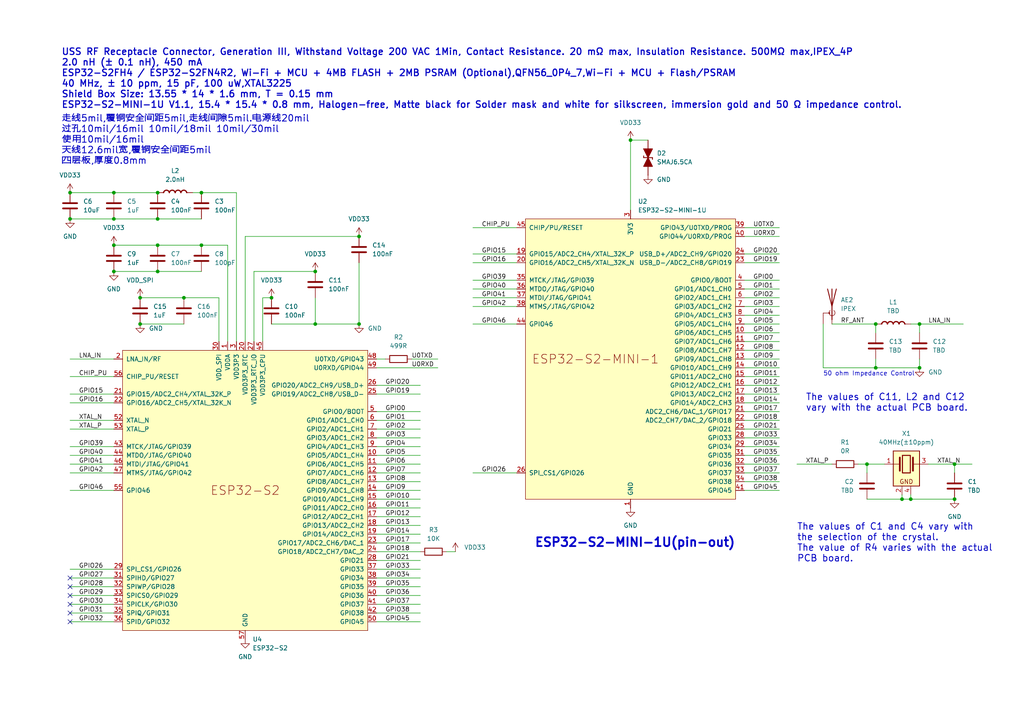
<source format=kicad_sch>
(kicad_sch (version 20250114) (generator "eeschema") (generator_version "9.0")
  (paper "A4")
  (lib_symbols
    (symbol "Device:Antenna_Shield" (pin_numbers (hide yes)) (pin_names (offset 1.016) (hide yes))
      (property "Reference" "AE" (at -1.905 4.445 0))
      (property "Value" "Antenna_Shield" (at -1.905 2.54 0))
      (symbol "Antenna_Shield_0_1"
        (arc (start 0 -2.667) (mid -0.8485 -2.1032) (end -0.508 -1.143))
        (polyline (pts (xy 0 5.08) (xy 0 -3.81)) (stroke (width 0.254)))
        (polyline (pts (xy 0 -2.54) (xy 0 0)))
        (arc (start 0.508 -1.143) (mid 0.8046 -2.0885) (end 0 -2.667))
        (polyline (pts (xy 0.762 -1.905) (xy 2.54 -1.905)))
        (circle (center 0.762 -1.905) (radius 0.1778) (fill (type outline)))
        (polyline (pts (xy 1.27 5.08) (xy 0 0) (xy -1.27 5.08)) (stroke (width 0.254)))
        (polyline (pts (xy 2.54 -2.54) (xy 2.54 -1.905)))
      )
      (symbol "Antenna_Shield_1_1"
        (pin input line (at 0 -5.08 90) (length 2.54) (name "A") (number "1"))
        (pin input line (at 2.54 -5.08 90) (length 2.54) (name "Shield") (number "2"))
      )
    )
    (symbol "PCM_Capacitor_AKL:C_1206" (pin_numbers (hide yes)) (pin_names (offset 0.254))
      (property "Reference" "C" (at 0.635 2.54 0))
      (property "Value" "C_1206" (at 0.635 -2.54 0))
      (symbol "C_1206_0_1"
        (polyline (pts (xy -2.032 0.762) (xy 2.032 0.762)) (stroke (width 0.508)))
        (polyline (pts (xy -2.032 -0.762) (xy 2.032 -0.762)) (stroke (width 0.508)))
      )
      (symbol "C_1206_0_2"
        (polyline (pts (xy -2.54 -2.54) (xy -0.381 -0.381)))
        (polyline (pts (xy -0.508 -0.508) (xy -1.651 0.635)) (stroke (width 0.508)))
        (polyline (pts (xy -0.508 -0.508) (xy 0.635 -1.651)) (stroke (width 0.508)))
        (polyline (pts (xy 0.381 0.381) (xy 2.54 2.54)))
        (polyline (pts (xy 0.508 0.508) (xy -0.635 1.651)) (stroke (width 0.508)))
        (polyline (pts (xy 0.508 0.508) (xy 1.651 -0.635)) (stroke (width 0.508)))
      )
      (symbol "C_1206_1_1"
        (pin passive line (at 0 3.81 270) (length 2.794) (name "~") (number "1"))
        (pin passive line (at 0 -3.81 90) (length 2.794) (name "~") (number "2"))
      )
      (symbol "C_1206_1_2"
        (pin passive line (at -2.54 -2.54 90) (length 0) (name "~") (number "2"))
        (pin passive line (at 2.54 2.54 270) (length 0) (name "~") (number "1"))
      )
    )
    (symbol "PCM_Crystal_AKL:SMD3225-4" (pin_names (offset 1.016) (hide yes))
      (property "Reference" "X" (at 0 8.89 0))
      (property "Value" "SMD3225-4" (at 0 6.35 0))
      (symbol "SMD3225-4_0_1"
        (rectangle (start -3.81 3.81) (end 3.81 -6.35) (stroke (width 0.254)) (fill (type background)))
        (polyline (pts (xy -3.81 0) (xy -1.905 0)))
        (polyline (pts (xy -1.905 -1.905) (xy -1.905 1.905)) (stroke (width 0.508)))
        (rectangle (start -1.143 2.54) (end 1.143 -2.54) (stroke (width 0.3048)))
        (polyline (pts (xy 1.905 -1.905) (xy 1.905 1.905)) (stroke (width 0.508)))
        (polyline (pts (xy 3.81 0) (xy 1.905 0)))
        (text "GND" (at 0 -5.08 0) (effects (font (size 1.27 1.27))))
      )
      (symbol "SMD3225-4_1_1"
        (pin passive line (at -6.35 0 0) (length 2.54) (name "1") (number "1"))
        (pin passive line (at -1.27 -8.89 90) (length 2.54) (name "2") (number "2"))
        (pin passive line (at 1.27 -8.89 90) (length 2.54) (name "4") (number "4"))
        (pin passive line (at 6.35 0 180) (length 2.54) (name "3") (number "3"))
      )
    )
    (symbol "PCM_Diode_TVS_AKL:SMAJ6.5CA" (pin_numbers (hide yes)) (pin_names (offset 1.016) (hide yes))
      (property "Reference" "D" (at 0 5.08 0))
      (property "Value" "SMAJ6.5CA" (at 0 2.54 0))
      (symbol "SMAJ6.5CA_0_1"
        (polyline (pts (xy 0 1.27) (xy 0 -1.27)) (stroke (width 0.254)))
        (polyline (pts (xy 0 1.27) (xy 0.508 1.27)) (stroke (width 0.254)))
        (polyline (pts (xy 0 0) (xy -2.54 1.27) (xy -2.54 -1.27) (xy 0 0)) (stroke (width 0.254)) (fill (type outline)))
        (polyline (pts (xy 0 -1.27) (xy -0.508 -1.27)) (stroke (width 0.254)))
        (polyline (pts (xy 1.27 0) (xy -1.27 0)))
        (polyline (pts (xy 2.54 1.27) (xy 2.54 -1.27) (xy 0 0) (xy 2.54 1.27)) (stroke (width 0.254)) (fill (type outline)))
      )
      (symbol "SMAJ6.5CA_0_2"
        (polyline (pts (xy -3.81 -3.81) (xy 3.81 3.81)))
        (polyline (pts (xy -1.778 -1.778) (xy -2.667 -0.889) (xy 0 0) (xy -0.889 -2.667) (xy -1.778 -1.778)) (stroke (width 0.254)) (fill (type outline)))
        (polyline (pts (xy -0.889 0.889) (xy -1.27 0.508)) (stroke (width 0.254)))
        (polyline (pts (xy -0.889 0.889) (xy 0.889 -0.889)) (stroke (width 0.254)))
        (polyline (pts (xy 0.889 -0.889) (xy 1.27 -0.508)) (stroke (width 0.254)))
        (polyline (pts (xy 1.778 1.778) (xy 2.667 0.889) (xy 0 0) (xy 0.889 2.667) (xy 1.778 1.778)) (stroke (width 0.254)) (fill (type outline)))
      )
      (symbol "SMAJ6.5CA_1_1"
        (pin passive line (at -5.08 0 0) (length 2.54) (name "K") (number "1"))
        (pin passive line (at 5.08 0 180) (length 2.54) (name "A") (number "2"))
      )
      (symbol "SMAJ6.5CA_1_2"
        (pin passive line (at -3.81 -3.81 0) (length 0) (name "A") (number "2"))
        (pin passive line (at 3.81 3.81 180) (length 0) (name "K") (number "1"))
      )
    )
    (symbol "PCM_Elektuur:L" (pin_numbers (hide yes)) (pin_names (offset 0) (hide yes))
      (property "Reference" "L" (at 2.54 3.175 0))
      (property "Value" "L" (at 2.54 -3.175 0))
      (symbol "L_1_0"
        (arc (start 0 3.302) (mid 0.6604 2.5146) (end 0 1.7272) (stroke (width 0.254)))
        (arc (start 0 1.6256) (mid 0.6604 0.8382) (end 0 0.0508) (stroke (width 0.254)))
        (arc (start 0 -0.0508) (mid 0.6604 -0.8382) (end 0 -1.6256) (stroke (width 0.254)))
        (arc (start 0 -1.7272) (mid 0.6604 -2.5146) (end 0 -3.302) (stroke (width 0.254)))
        (arc (start 0 3.4036) (mid 0.762 2.5146) (end 0 1.6256) (stroke (width 0.254)))
        (arc (start 0 1.7272) (mid 0.762 0.8382) (end 0 -0.0508) (stroke (width 0.254)))
        (arc (start 0 0.0508) (mid 0.762 -0.8382) (end 0 -1.7272) (stroke (width 0.254)))
        (arc (start 0 -1.6256) (mid 0.762 -2.5146) (end 0 -3.4036) (stroke (width 0.254)))
        (polyline (pts (xy 0 3.5052) (xy 0 3.302)) (stroke (width 0.254)))
        (polyline (pts (xy 0 1.7272) (xy 0 1.6256)) (stroke (width 0.254)))
        (polyline (pts (xy 0 0.0508) (xy 0 -0.0508)) (stroke (width 0.254)))
        (polyline (pts (xy 0 -1.6256) (xy 0 -1.7272)) (stroke (width 0.254)))
        (polyline (pts (xy 0 -3.302) (xy 0 -3.5052)) (stroke (width 0.254)))
        (pin passive line (at 0 5.08 270) (length 1.5748) (name "+") (number "1"))
        (pin passive line (at 0 -5.08 90) (length 1.5748) (name "-") (number "2"))
      )
      (symbol "L_1_2"
        (rectangle (start 1.524 3.3782) (end 1.9812 -3.3782) (stroke (width 0.254)) (fill (type outline)))
      )
      (symbol "L_1_3"
        (rectangle (start 1.524 3.0988) (end 1.9812 1.9304) (stroke (width 0.254)) (fill (type outline)))
        (rectangle (start 1.524 1.4224) (end 1.9812 0.254) (stroke (width 0.254)) (fill (type outline)))
        (rectangle (start 1.524 -0.254) (end 1.9812 -1.4224) (stroke (width 0.254)) (fill (type outline)))
        (rectangle (start 1.524 -1.9304) (end 1.9812 -3.0988) (stroke (width 0.254)) (fill (type outline)))
      )
    )
    (symbol "PCM_Espressif:ESP32-S2" (pin_names (offset 1.016))
      (property "Reference" "U" (at -35.56 45.72 0))
      (property "Value" "ESP32-S2" (at -35.56 43.18 0))
      (symbol "ESP32-S2_0_0"
        (text "ESP32-S2" (at 0 0 0) (effects (font (size 2.54 2.54))))
      )
      (symbol "ESP32-S2_0_1"
        (rectangle (start -35.56 40.64) (end 35.56 -40.64) (fill (type background)))
      )
      (symbol "ESP32-S2_1_1"
        (pin bidirectional line (at -38.1 38.1 0) (length 2.54) (name "LNA_IN/RF") (number "2"))
        (pin bidirectional line (at -38.1 33.02 0) (length 2.54) (name "CHIP_PU/RESET") (number "56"))
        (pin bidirectional line (at -38.1 27.94 0) (length 2.54) (name "GPIO15/ADC2_CH4/XTAL_32K_P") (number "21"))
        (pin bidirectional line (at -38.1 25.4 0) (length 2.54) (name "GPIO16/ADC2_CH5/XTAL_32K_N") (number "22"))
        (pin output line (at -38.1 20.32 0) (length 2.54) (name "XTAL_N") (number "52"))
        (pin input line (at -38.1 17.78 0) (length 2.54) (name "XTAL_P") (number "53"))
        (pin input line (at -38.1 12.7 0) (length 2.54) (name "MTCK/JTAG/GPIO39") (number "43"))
        (pin output line (at -38.1 10.16 0) (length 2.54) (name "MTDO/JTAG/GPIO40") (number "44"))
        (pin input line (at -38.1 7.62 0) (length 2.54) (name "MTDI/JTAG/GPIO41") (number "46"))
        (pin output line (at -38.1 5.08 0) (length 2.54) (name "MTMS/JTAG/GPIO42") (number "47"))
        (pin input line (at -38.1 0 0) (length 2.54) (name "GPIO46") (number "55"))
        (pin bidirectional line (at -38.1 -22.86 0) (length 2.54) (name "SPI_CS1/GPIO26") (number "29"))
        (pin bidirectional line (at -38.1 -25.4 0) (length 2.54) (name "SPIHD/GPIO27") (number "31"))
        (pin bidirectional line (at -38.1 -27.94 0) (length 2.54) (name "SPIWP/GPIO28") (number "32"))
        (pin bidirectional line (at -38.1 -30.48 0) (length 2.54) (name "SPICS0/GPIO29") (number "33"))
        (pin bidirectional line (at -38.1 -33.02 0) (length 2.54) (name "SPICLK/GPIO30") (number "34"))
        (pin bidirectional line (at -38.1 -35.56 0) (length 2.54) (name "SPIQ/GPIO31") (number "35"))
        (pin bidirectional line (at -38.1 -38.1 0) (length 2.54) (name "SPID/GPIO32") (number "36"))
        (pin power_out line (at -7.62 43.18 270) (length 2.54) (name "VDD_SPI") (number "30"))
        (pin power_in line (at -5.08 43.18 270) (length 2.54) (name "VDDA") (number "1"))
        (pin passive line (at -5.08 43.18 270) (length 2.54) (hide yes) (name "VDDA") (number "51"))
        (pin passive line (at -5.08 43.18 270) (length 2.54) (hide yes) (name "VDDA") (number "54"))
        (pin power_in line (at -2.54 43.18 270) (length 2.54) (name "VDD3P3") (number "3"))
        (pin passive line (at -2.54 43.18 270) (length 2.54) (hide yes) (name "VDD3P3") (number "4"))
        (pin power_in line (at 0 43.18 270) (length 2.54) (name "VDD3P3_RTC") (number "20"))
        (pin power_in line (at 0 -43.18 90) (length 2.54) (name "GND") (number "57"))
        (pin power_in line (at 2.54 43.18 270) (length 2.54) (name "VDD3P3_RTC_IO") (number "27"))
        (pin power_in line (at 5.08 43.18 270) (length 2.54) (name "VDD3P3_CPU") (number "45"))
        (pin bidirectional line (at 38.1 38.1 180) (length 2.54) (name "U0TXD/GPIO43") (number "48"))
        (pin bidirectional line (at 38.1 35.56 180) (length 2.54) (name "U0RXD/GPIO44") (number "49"))
        (pin bidirectional line (at 38.1 30.48 180) (length 2.54) (name "GPIO20/ADC2_CH9/USB_D+") (number "26"))
        (pin bidirectional line (at 38.1 27.94 180) (length 2.54) (name "GPIO19/ADC2_CH8/USB_D-") (number "25"))
        (pin bidirectional line (at 38.1 22.86 180) (length 2.54) (name "GPIO0/BOOT") (number "5"))
        (pin bidirectional line (at 38.1 20.32 180) (length 2.54) (name "GPIO1/ADC1_CH0") (number "6"))
        (pin bidirectional line (at 38.1 17.78 180) (length 2.54) (name "GPIO2/ADC1_CH1") (number "7"))
        (pin bidirectional line (at 38.1 15.24 180) (length 2.54) (name "GPIO3/ADC1_CH2") (number "8"))
        (pin bidirectional line (at 38.1 12.7 180) (length 2.54) (name "GPIO4/ADC1_CH3") (number "9"))
        (pin bidirectional line (at 38.1 10.16 180) (length 2.54) (name "GPIO5/ADC1_CH4") (number "10"))
        (pin bidirectional line (at 38.1 7.62 180) (length 2.54) (name "GPIO6/ADC1_CH5") (number "11"))
        (pin bidirectional line (at 38.1 5.08 180) (length 2.54) (name "GPIO7/ADC1_CH6") (number "12"))
        (pin bidirectional line (at 38.1 2.54 180) (length 2.54) (name "GPIO8/ADC1_CH7") (number "13"))
        (pin bidirectional line (at 38.1 0 180) (length 2.54) (name "GPIO9/ADC1_CH8") (number "14"))
        (pin bidirectional line (at 38.1 -2.54 180) (length 2.54) (name "GPIO10/ADC1_CH9") (number "15"))
        (pin bidirectional line (at 38.1 -5.08 180) (length 2.54) (name "GPIO11/ADC2_CH0") (number "16"))
        (pin bidirectional line (at 38.1 -7.62 180) (length 2.54) (name "GPIO12/ADC2_CH1") (number "17"))
        (pin bidirectional line (at 38.1 -10.16 180) (length 2.54) (name "GPIO13/ADC2_CH2") (number "18"))
        (pin bidirectional line (at 38.1 -12.7 180) (length 2.54) (name "GPIO14/ADC2_CH3") (number "19"))
        (pin bidirectional line (at 38.1 -15.24 180) (length 2.54) (name "GPIO17/ADC2_CH6/DAC_1") (number "23"))
        (pin bidirectional line (at 38.1 -17.78 180) (length 2.54) (name "GPIO18/ADC2_CH7/DAC_2") (number "24"))
        (pin bidirectional line (at 38.1 -20.32 180) (length 2.54) (name "GPIO21") (number "28"))
        (pin bidirectional line (at 38.1 -22.86 180) (length 2.54) (name "GPIO33") (number "37"))
        (pin bidirectional line (at 38.1 -25.4 180) (length 2.54) (name "GPIO34") (number "38"))
        (pin bidirectional line (at 38.1 -27.94 180) (length 2.54) (name "GPIO35") (number "39"))
        (pin bidirectional line (at 38.1 -30.48 180) (length 2.54) (name "GPIO36") (number "40"))
        (pin bidirectional line (at 38.1 -33.02 180) (length 2.54) (name "GPIO37") (number "41"))
        (pin bidirectional line (at 38.1 -35.56 180) (length 2.54) (name "GPIO38") (number "42"))
        (pin bidirectional line (at 38.1 -38.1 180) (length 2.54) (name "GPIO45") (number "50"))
      )
    )
    (symbol "PCM_Espressif:ESP32-S2-MINI-1" (pin_names (offset 1.016))
      (property "Reference" "U" (at -30.48 45.72 0))
      (property "Value" "ESP32-S2-MINI-1" (at -30.48 43.18 0))
      (symbol "ESP32-S2-MINI-1_0_0"
        (pin bidirectional line (at -33.02 38.1 0) (length 2.54) (name "CHIP/PU/RESET") (number "45"))
        (pin input line (at -33.02 10.16 0) (length 2.54) (name "GPIO46") (number "44"))
        (pin power_in line (at 0 -43.18 90) (length 2.54) (name "GND") (number "1"))
        (pin passive line (at 0 -43.18 90) (length 2.54) (hide yes) (name "GND") (number "43"))
        (pin passive line (at 0 -43.18 90) (length 2.54) (hide yes) (name "GND") (number "46"))
        (pin passive line (at 0 -43.18 90) (length 2.54) (hide yes) (name "GND") (number "47"))
        (pin passive line (at 0 -43.18 90) (length 2.54) (hide yes) (name "GND") (number "48"))
        (pin passive line (at 0 -43.18 90) (length 2.54) (hide yes) (name "GND") (number "49"))
        (pin passive line (at 0 -43.18 90) (length 2.54) (hide yes) (name "GND") (number "50"))
        (pin passive line (at 0 -43.18 90) (length 2.54) (hide yes) (name "GND") (number "51"))
        (pin passive line (at 0 -43.18 90) (length 2.54) (hide yes) (name "GND") (number "52"))
        (pin passive line (at 0 -43.18 90) (length 2.54) (hide yes) (name "GND") (number "53"))
        (pin passive line (at 0 -43.18 90) (length 2.54) (hide yes) (name "GND") (number "54"))
        (pin passive line (at 0 -43.18 90) (length 2.54) (hide yes) (name "GND") (number "55"))
        (pin passive line (at 0 -43.18 90) (length 2.54) (hide yes) (name "GND") (number "56"))
        (pin passive line (at 0 -43.18 90) (length 2.54) (hide yes) (name "GND") (number "57"))
        (pin passive line (at 0 -43.18 90) (length 2.54) (hide yes) (name "GND") (number "58"))
        (pin passive line (at 0 -43.18 90) (length 2.54) (hide yes) (name "GND") (number "59"))
        (pin passive line (at 0 -43.18 90) (length 2.54) (hide yes) (name "GND") (number "60"))
        (pin passive line (at 0 -43.18 90) (length 2.54) (hide yes) (name "GND") (number "61"))
        (pin passive line (at 0 -43.18 90) (length 2.54) (hide yes) (name "GND") (number "62"))
        (pin passive line (at 0 -43.18 90) (length 2.54) (hide yes) (name "GND") (number "63"))
        (pin passive line (at 0 -43.18 90) (length 2.54) (hide yes) (name "GND") (number "64"))
        (pin passive line (at 0 -43.18 90) (length 2.54) (hide yes) (name "GND") (number "65"))
      )
      (symbol "ESP32-S2-MINI-1_0_1"
        (rectangle (start -30.48 40.64) (end 30.48 -40.64) (fill (type background)))
      )
      (symbol "ESP32-S2-MINI-1_1_1"
        (text "ESP32-S2-MINI-1" (at -10.16 0 0) (effects (font (size 2.54 2.54))))
        (pin bidirectional line (at -33.02 30.48 0) (length 2.54) (name "GPIO15/ADC2_CH4/XTAL_32K_P") (number "19"))
        (pin bidirectional line (at -33.02 27.94 0) (length 2.54) (name "GPIO16/ADC2_CH5/XTAL_32K_N") (number "20"))
        (pin bidirectional line (at -33.02 22.86 0) (length 2.54) (name "MTCK/JTAG/GPIO39") (number "35"))
        (pin bidirectional line (at -33.02 20.32 0) (length 2.54) (name "MTDO/JTAG/GPIO40") (number "36"))
        (pin bidirectional line (at -33.02 17.78 0) (length 2.54) (name "MTDI/JTAG/GPIO41") (number "37"))
        (pin bidirectional line (at -33.02 15.24 0) (length 2.54) (name "MTMS/JTAG/GPIO42") (number "38"))
        (pin bidirectional line (at -33.02 -33.02 0) (length 2.54) (name "SPI_CS1/GPIO26") (number "26"))
        (pin no_connect line (at -30.48 -38.1 0) (length 2.54) (hide yes) (name "NC") (number "27"))
        (pin power_in line (at 0 43.18 270) (length 2.54) (name "3V3") (number "3"))
        (pin passive line (at 0 -43.18 90) (length 2.54) (hide yes) (name "GND") (number "2"))
        (pin passive line (at 0 -43.18 90) (length 2.54) (hide yes) (name "GND") (number "30"))
        (pin passive line (at 0 -43.18 90) (length 2.54) (hide yes) (name "GND") (number "42"))
        (pin bidirectional line (at 33.02 38.1 180) (length 2.54) (name "GPIO43/U0TXD/PROG") (number "39"))
        (pin bidirectional line (at 33.02 35.56 180) (length 2.54) (name "GPIO44/U0RXD/PROG") (number "40"))
        (pin bidirectional line (at 33.02 30.48 180) (length 2.54) (name "USB_D+/ADC2_CH9/GPIO20") (number "24"))
        (pin bidirectional line (at 33.02 27.94 180) (length 2.54) (name "USB_D-/ADC2_CH8/GPIO19") (number "23"))
        (pin bidirectional line (at 33.02 22.86 180) (length 2.54) (name "GPIO0/BOOT") (number "4"))
        (pin bidirectional line (at 33.02 20.32 180) (length 2.54) (name "GPIO1/ADC1_CH0") (number "5"))
        (pin bidirectional line (at 33.02 17.78 180) (length 2.54) (name "GPIO2/ADC1_CH1") (number "6"))
        (pin bidirectional line (at 33.02 15.24 180) (length 2.54) (name "GPIO3/ADC1_CH2") (number "7"))
        (pin bidirectional line (at 33.02 12.7 180) (length 2.54) (name "GPIO4/ADC1_CH3") (number "8"))
        (pin bidirectional line (at 33.02 10.16 180) (length 2.54) (name "GPIO5/ADC1_CH4") (number "9"))
        (pin bidirectional line (at 33.02 7.62 180) (length 2.54) (name "GPIO6/ADC1_CH5") (number "10"))
        (pin bidirectional line (at 33.02 5.08 180) (length 2.54) (name "GPIO7/ADC1_CH6") (number "11"))
        (pin bidirectional line (at 33.02 2.54 180) (length 2.54) (name "GPIO8/ADC1_CH7") (number "12"))
        (pin bidirectional line (at 33.02 0 180) (length 2.54) (name "GPIO9/ADC1_CH8") (number "13"))
        (pin bidirectional line (at 33.02 -2.54 180) (length 2.54) (name "GPIO10/ADC1_CH9") (number "14"))
        (pin bidirectional line (at 33.02 -5.08 180) (length 2.54) (name "GPIO11/ADC2_CH0") (number "15"))
        (pin bidirectional line (at 33.02 -7.62 180) (length 2.54) (name "GPIO12/ADC2_CH1") (number "16"))
        (pin bidirectional line (at 33.02 -10.16 180) (length 2.54) (name "GPIO13/ADC2_CH2") (number "17"))
        (pin bidirectional line (at 33.02 -12.7 180) (length 2.54) (name "GPIO14/ADC2_CH3") (number "18"))
        (pin bidirectional line (at 33.02 -15.24 180) (length 2.54) (name "ADC2_CH6/DAC_1/GPIO17") (number "21"))
        (pin bidirectional line (at 33.02 -17.78 180) (length 2.54) (name "ADC2_CH7/DAC_2/GPIO18") (number "22"))
        (pin bidirectional line (at 33.02 -20.32 180) (length 2.54) (name "GPIO21") (number "25"))
        (pin bidirectional line (at 33.02 -22.86 180) (length 2.54) (name "GPIO33") (number "28"))
        (pin bidirectional line (at 33.02 -25.4 180) (length 2.54) (name "GPIO34") (number "29"))
        (pin bidirectional line (at 33.02 -27.94 180) (length 2.54) (name "GPIO35") (number "31"))
        (pin bidirectional line (at 33.02 -30.48 180) (length 2.54) (name "GPIO36") (number "32"))
        (pin bidirectional line (at 33.02 -33.02 180) (length 2.54) (name "GPIO37") (number "33"))
        (pin bidirectional line (at 33.02 -35.56 180) (length 2.54) (name "GPIO38") (number "34"))
        (pin bidirectional line (at 33.02 -38.1 180) (length 2.54) (name "GPIO45") (number "41"))
      )
    )
    (symbol "PCM_Resistor_AKL:R_1206" (pin_numbers (hide yes)) (pin_names (offset 0))
      (property "Reference" "R" (at 2.54 1.27 0))
      (property "Value" "R_1206" (at 2.54 -1.27 0))
      (symbol "R_1206_0_1"
        (rectangle (start -1.016 2.54) (end 1.016 -2.54) (stroke (width 0.254)))
      )
      (symbol "R_1206_0_2"
        (polyline (pts (xy -2.54 -2.54) (xy -1.524 -1.524)))
        (polyline (pts (xy 1.524 1.524) (xy 2.54 2.54)))
        (polyline (pts (xy 1.524 1.524) (xy 0.889 2.159) (xy -2.159 -0.889) (xy -0.889 -2.159) (xy 2.159 0.889) (xy 1.524 1.524)) (stroke (width 0.254)))
      )
      (symbol "R_1206_1_1"
        (pin passive line (at 0 3.81 270) (length 1.27) (name "~") (number "1"))
        (pin passive line (at 0 -3.81 90) (length 1.27) (name "~") (number "2"))
      )
      (symbol "R_1206_1_2"
        (pin passive line (at -2.54 -2.54 0) (length 0) (name "") (number "2"))
        (pin passive line (at 2.54 2.54 180) (length 0) (name "") (number "1"))
      )
    )
    (symbol "power:+3.3V" (power) (pin_numbers (hide yes)) (pin_names (offset 0) (hide yes))
      (property "Value" "+3.3V" (at 0 3.556 0))
      (symbol "+3.3V_0_1"
        (polyline (pts (xy -0.762 1.27) (xy 0 2.54)))
        (polyline (pts (xy 0 2.54) (xy 0.762 1.27)))
        (polyline (pts (xy 0 0) (xy 0 2.54)))
      )
      (symbol "+3.3V_1_1"
        (pin power_in line (at 0 0 90) (length 0) (name "~") (number "1"))
      )
    )
    (symbol "power:GND" (power) (pin_numbers (hide yes)) (pin_names (offset 0) (hide yes))
      (property "Value" "GND" (at 0 -3.81 0))
      (symbol "GND_0_1"
        (polyline (pts (xy 0 0) (xy 0 -1.27) (xy 1.27 -1.27) (xy 0 -2.54) (xy -1.27 -1.27) (xy 0 -1.27)))
      )
      (symbol "GND_1_1"
        (pin power_in line (at 0 0 270) (length 0) (name "~") (number "1"))
      )
    )
  )
  (text "The values of C11, L2 and C12\nvary with the actual PCB board." (exclude_from_sim yes) (at 233.68 116.84 0) (effects (font (size 1.905 1.905) (thickness 0.2381)) (justify left)))
  (text "50 ohm Impedance Control" (at 238.76 109.22 0) (effects (font (size 1.27 1.27)) (justify left bottom)))
  (text "ESP32-S2-MINI-1U(pin-out)" (exclude_from_sim yes) (at 154.94 157.48 0) (effects (font (size 2.54 2.54) (thickness 0.508) (bold yes)) (justify left)))
  (text "USS RF Receptacle Connector, Generation III, Withstand Voltage 200 VAC 1Min, Contact Resistance. 20 mΩ max, Insulation Resistance. 500MΩ max,IPEX_4P\n2.0 nH (± 0.1 nH), 450 mA\nESP32-S2FH4 / ESP32-S2FN4R2, Wi-Fi + MCU + 4MB FLASH + 2MB PSRAM (Optional),QFN56_0P4_7,Wi-Fi + MCU + Flash/PSRAM\n40 MHz, ± 10 ppm, 15 pF, 100 uW,XTAL3225\nShield Box Size: 13.55 * 14 * 1.6 mm, T = 0.15 mm\nESP32-S2-MINI-1U V1.1, 15.4 * 15.4 * 0.8 mm, Halogen-free, Matte black for Solder mask and white for silkscreen, immersion gold and 50 Ω impedance control." (exclude_from_sim yes) (at 17.78 22.86 0) (effects (font (size 1.905 1.905) (thickness 0.3175)) (justify left)))
  (text "走线5mil,覆铜安全间距5mil,走线间隙5mil.电源线20mil\n过孔10mil/16mil 10mil/18mil 10mil/30mil\n使用10mil/16mil\n天线12.6mil宽,覆铜安全间距5mil\n四层板,厚度0.8mm" (exclude_from_sim yes) (at 17.78 40.64 0) (effects (font (size 1.905 1.905) (thickness 0.2381)) (justify left)))
  (text "The values of C1 and C4 vary with\nthe selection of the crystal.\nThe value of R4 varies with the actual\nPCB board.\n" (exclude_from_sim yes) (at 231.14 157.48 0) (effects (font (size 1.905 1.905) (thickness 0.2381)) (justify left)))
  (junction (at 40.64 93.98))
  (junction (at 33.02 63.5))
  (junction (at 276.86 144.78))
  (junction (at 53.34 86.36))
  (junction (at 104.14 68.58))
  (junction (at 45.72 63.5))
  (junction (at 20.32 63.5))
  (junction (at 104.14 93.98))
  (junction (at 78.74 86.36))
  (junction (at 91.44 93.98))
  (junction (at 58.42 71.12))
  (junction (at 264.16 144.78))
  (junction (at 45.72 55.88))
  (junction (at 261.62 144.78))
  (junction (at 254 106.68))
  (junction (at 33.02 78.74))
  (junction (at 91.44 78.74))
  (junction (at 182.88 40.64))
  (junction (at 45.72 71.12))
  (junction (at 33.02 71.12))
  (junction (at 276.86 134.62))
  (junction (at 251.46 134.62))
  (junction (at 254 93.98))
  (junction (at 266.7 93.98))
  (junction (at 40.64 86.36))
  (junction (at 45.72 78.74))
  (junction (at 33.02 55.88))
  (junction (at 20.32 55.88))
  (junction (at 58.42 55.88))
  (junction (at 266.7 106.68))
  (no_connect (at 20.32 172.72))
  (no_connect (at 20.32 177.8))
  (no_connect (at 20.32 170.18))
  (no_connect (at 20.32 180.34))
  (no_connect (at 20.32 167.64))
  (no_connect (at 20.32 175.26))
  (wire (pts (xy 261.62 143.51) (xy 261.62 144.78)))
  (wire (pts (xy 109.22 142.24) (xy 121.92 142.24)))
  (wire (pts (xy 215.9 91.44) (xy 226.06 91.44)))
  (wire (pts (xy 137.16 137.16) (xy 149.86 137.16)))
  (wire (pts (xy 109.22 167.64) (xy 121.92 167.64)))
  (wire (pts (xy 109.22 160.02) (xy 121.92 160.02)))
  (wire (pts (xy 109.22 157.48) (xy 121.92 157.48)))
  (wire (pts (xy 215.9 124.46) (xy 226.06 124.46)))
  (wire (pts (xy 33.02 63.5) (xy 45.72 63.5)))
  (wire (pts (xy 276.86 134.62) (xy 281.94 134.62)))
  (wire (pts (xy 76.2 86.36) (xy 78.74 86.36)))
  (wire (pts (xy 137.16 83.82) (xy 149.86 83.82)))
  (wire (pts (xy 137.16 81.28) (xy 149.86 81.28)))
  (wire (pts (xy 71.12 68.58) (xy 71.12 99.06)))
  (wire (pts (xy 254 93.98) (xy 254 96.52)))
  (wire (pts (xy 45.72 78.74) (xy 58.42 78.74)))
  (wire (pts (xy 20.32 175.26) (xy 33.02 175.26)))
  (wire (pts (xy 109.22 144.78) (xy 121.92 144.78)))
  (wire (pts (xy 109.22 180.34) (xy 121.92 180.34)))
  (wire (pts (xy 215.9 104.14) (xy 226.06 104.14)))
  (wire (pts (xy 91.44 93.98) (xy 91.44 86.36)))
  (wire (pts (xy 58.42 71.12) (xy 66.04 71.12)))
  (wire (pts (xy 264.16 144.78) (xy 276.86 144.78)))
  (wire (pts (xy 66.04 99.06) (xy 66.04 71.12)))
  (wire (pts (xy 119.38 104.14) (xy 127 104.14)))
  (wire (pts (xy 109.22 127) (xy 121.92 127)))
  (wire (pts (xy 109.22 129.54) (xy 121.92 129.54)))
  (wire (pts (xy 104.14 68.58) (xy 71.12 68.58)))
  (wire (pts (xy 53.34 86.36) (xy 63.5 86.36)))
  (wire (pts (xy 231.14 134.62) (xy 241.3 134.62)))
  (wire (pts (xy 215.9 88.9) (xy 226.06 88.9)))
  (wire (pts (xy 20.32 170.18) (xy 33.02 170.18)))
  (wire (pts (xy 109.22 111.76) (xy 121.92 111.76)))
  (wire (pts (xy 215.9 121.92) (xy 226.06 121.92)))
  (wire (pts (xy 40.64 86.36) (xy 53.34 86.36)))
  (wire (pts (xy 20.32 142.24) (xy 33.02 142.24)))
  (wire (pts (xy 20.32 132.08) (xy 33.02 132.08)))
  (wire (pts (xy 215.9 132.08) (xy 226.06 132.08)))
  (wire (pts (xy 129.54 160.02) (xy 132.08 160.02)))
  (wire (pts (xy 238.76 93.98) (xy 238.76 106.68)))
  (wire (pts (xy 276.86 134.62) (xy 276.86 137.16)))
  (wire (pts (xy 45.72 63.5) (xy 58.42 63.5)))
  (wire (pts (xy 33.02 78.74) (xy 45.72 78.74)))
  (wire (pts (xy 215.9 96.52) (xy 226.06 96.52)))
  (wire (pts (xy 264.16 143.51) (xy 264.16 144.78)))
  (wire (pts (xy 215.9 119.38) (xy 226.06 119.38)))
  (wire (pts (xy 254 104.14) (xy 254 106.68)))
  (wire (pts (xy 215.9 127) (xy 226.06 127)))
  (wire (pts (xy 20.32 121.92) (xy 33.02 121.92)))
  (wire (pts (xy 215.9 116.84) (xy 226.06 116.84)))
  (wire (pts (xy 109.22 165.1) (xy 121.92 165.1)))
  (wire (pts (xy 20.32 165.1) (xy 33.02 165.1)))
  (wire (pts (xy 215.9 86.36) (xy 226.06 86.36)))
  (wire (pts (xy 215.9 73.66) (xy 226.06 73.66)))
  (wire (pts (xy 20.32 55.88) (xy 33.02 55.88)))
  (wire (pts (xy 182.88 40.64) (xy 182.88 60.96)))
  (wire (pts (xy 109.22 137.16) (xy 121.92 137.16)))
  (wire (pts (xy 137.16 86.36) (xy 149.86 86.36)))
  (wire (pts (xy 251.46 134.62) (xy 251.46 137.16)))
  (wire (pts (xy 33.02 71.12) (xy 45.72 71.12)))
  (wire (pts (xy 55.88 55.88) (xy 58.42 55.88)))
  (wire (pts (xy 68.58 99.06) (xy 68.58 55.88)))
  (wire (pts (xy 109.22 121.92) (xy 121.92 121.92)))
  (wire (pts (xy 215.9 106.68) (xy 226.06 106.68)))
  (wire (pts (xy 137.16 66.04) (xy 149.86 66.04)))
  (wire (pts (xy 266.7 96.52) (xy 266.7 93.98)))
  (wire (pts (xy 109.22 124.46) (xy 121.92 124.46)))
  (wire (pts (xy 137.16 93.98) (xy 149.86 93.98)))
  (wire (pts (xy 76.2 99.06) (xy 76.2 86.36)))
  (wire (pts (xy 238.76 106.68) (xy 254 106.68)))
  (wire (pts (xy 109.22 162.56) (xy 121.92 162.56)))
  (wire (pts (xy 63.5 86.36) (xy 63.5 99.06)))
  (wire (pts (xy 266.7 93.98) (xy 279.4 93.98)))
  (wire (pts (xy 109.22 149.86) (xy 121.92 149.86)))
  (wire (pts (xy 215.9 139.7) (xy 226.06 139.7)))
  (wire (pts (xy 91.44 93.98) (xy 104.14 93.98)))
  (wire (pts (xy 261.62 144.78) (xy 264.16 144.78)))
  (wire (pts (xy 215.9 68.58) (xy 226.06 68.58)))
  (wire (pts (xy 215.9 101.6) (xy 226.06 101.6)))
  (wire (pts (xy 20.32 114.3) (xy 33.02 114.3)))
  (wire (pts (xy 45.72 55.88) (xy 33.02 55.88)))
  (wire (pts (xy 91.44 78.74) (xy 73.66 78.74)))
  (wire (pts (xy 215.9 134.62) (xy 226.06 134.62)))
  (wire (pts (xy 266.7 106.68) (xy 266.7 104.14)))
  (wire (pts (xy 73.66 78.74) (xy 73.66 99.06)))
  (wire (pts (xy 109.22 170.18) (xy 121.92 170.18)))
  (wire (pts (xy 20.32 63.5) (xy 33.02 63.5)))
  (wire (pts (xy 20.32 134.62) (xy 33.02 134.62)))
  (wire (pts (xy 109.22 119.38) (xy 121.92 119.38)))
  (wire (pts (xy 40.64 93.98) (xy 53.34 93.98)))
  (wire (pts (xy 215.9 83.82) (xy 226.06 83.82)))
  (wire (pts (xy 20.32 167.64) (xy 33.02 167.64)))
  (wire (pts (xy 20.32 137.16) (xy 33.02 137.16)))
  (wire (pts (xy 137.16 76.2) (xy 149.86 76.2)))
  (wire (pts (xy 109.22 175.26) (xy 121.92 175.26)))
  (wire (pts (xy 215.9 137.16) (xy 226.06 137.16)))
  (wire (pts (xy 251.46 134.62) (xy 256.54 134.62)))
  (wire (pts (xy 215.9 81.28) (xy 226.06 81.28)))
  (wire (pts (xy 109.22 154.94) (xy 121.92 154.94)))
  (wire (pts (xy 109.22 152.4) (xy 121.92 152.4)))
  (wire (pts (xy 20.32 124.46) (xy 33.02 124.46)))
  (wire (pts (xy 215.9 111.76) (xy 226.06 111.76)))
  (wire (pts (xy 251.46 144.78) (xy 261.62 144.78)))
  (wire (pts (xy 109.22 177.8) (xy 121.92 177.8)))
  (wire (pts (xy 215.9 76.2) (xy 226.06 76.2)))
  (wire (pts (xy 109.22 132.08) (xy 121.92 132.08)))
  (wire (pts (xy 215.9 114.3) (xy 226.06 114.3)))
  (wire (pts (xy 20.32 109.22) (xy 33.02 109.22)))
  (wire (pts (xy 248.92 134.62) (xy 251.46 134.62)))
  (wire (pts (xy 109.22 106.68) (xy 127 106.68)))
  (wire (pts (xy 241.3 93.98) (xy 254 93.98)))
  (wire (pts (xy 215.9 66.04) (xy 226.06 66.04)))
  (wire (pts (xy 20.32 180.34) (xy 33.02 180.34)))
  (wire (pts (xy 20.32 104.14) (xy 33.02 104.14)))
  (wire (pts (xy 45.72 71.12) (xy 58.42 71.12)))
  (wire (pts (xy 109.22 114.3) (xy 121.92 114.3)))
  (wire (pts (xy 137.16 73.66) (xy 149.86 73.66)))
  (wire (pts (xy 269.24 134.62) (xy 276.86 134.62)))
  (wire (pts (xy 215.9 109.22) (xy 226.06 109.22)))
  (wire (pts (xy 109.22 147.32) (xy 121.92 147.32)))
  (wire (pts (xy 109.22 172.72) (xy 121.92 172.72)))
  (wire (pts (xy 254 106.68) (xy 266.7 106.68)))
  (wire (pts (xy 215.9 129.54) (xy 226.06 129.54)))
  (wire (pts (xy 137.16 88.9) (xy 149.86 88.9)))
  (wire (pts (xy 20.32 177.8) (xy 33.02 177.8)))
  (wire (pts (xy 109.22 139.7) (xy 121.92 139.7)))
  (wire (pts (xy 58.42 55.88) (xy 68.58 55.88)))
  (wire (pts (xy 182.88 40.64) (xy 187.96 40.64)))
  (wire (pts (xy 109.22 134.62) (xy 121.92 134.62)))
  (wire (pts (xy 215.9 93.98) (xy 226.06 93.98)))
  (wire (pts (xy 215.9 99.06) (xy 226.06 99.06)))
  (wire (pts (xy 20.32 116.84) (xy 33.02 116.84)))
  (wire (pts (xy 215.9 142.24) (xy 226.06 142.24)))
  (wire (pts (xy 78.74 93.98) (xy 91.44 93.98)))
  (wire (pts (xy 20.32 129.54) (xy 33.02 129.54)))
  (wire (pts (xy 109.22 104.14) (xy 111.76 104.14)))
  (wire (pts (xy 20.32 172.72) (xy 33.02 172.72)))
  (wire (pts (xy 266.7 93.98) (xy 264.16 93.98)))
  (wire (pts (xy 104.14 93.98) (xy 104.14 76.2)))
  (label "GPIO26" (at 139.7 137.16 0))
  (label "GPIO37" (at 111.76 175.26 0))
  (label "GPIO19" (at 111.76 114.3 0))
  (label "GPIO40" (at 22.86 132.08 0))
  (label "GPIO36" (at 218.44 134.62 0))
  (label "XTAL_N" (at 22.86 121.92 0))
  (label "GPIO39" (at 22.86 129.54 0))
  (label "GPIO26" (at 22.86 165.1 0))
  (label "GPIO13" (at 111.76 152.4 0))
  (label "GPIO3" (at 111.76 127 0))
  (label "GPIO10" (at 111.76 144.78 0))
  (label "GPIO16" (at 22.86 116.84 0))
  (label "GPIO40" (at 139.7 83.82 0))
  (label "GPIO5" (at 111.76 132.08 0))
  (label "GPIO42" (at 139.7 88.9 0))
  (label "GPIO19" (at 218.44 76.2 0))
  (label "GPIO27" (at 22.86 167.64 0))
  (label "GPIO18" (at 111.76 160.02 0))
  (label "GPIO46" (at 139.7 93.98 0))
  (label "GPIO20" (at 111.76 111.76 0))
  (label "GPIO33" (at 111.76 165.1 0))
  (label "GPIO37" (at 218.44 137.16 0))
  (label "GPIO8" (at 218.44 101.6 0))
  (label "GPIO36" (at 111.76 172.72 0))
  (label "GPIO9" (at 111.76 142.24 0))
  (label "GPIO35" (at 218.44 132.08 0))
  (label "GPIO1" (at 111.76 121.92 0))
  (label "GPIO16" (at 139.7 76.2 0))
  (label "GPIO34" (at 218.44 129.54 0))
  (label "GPIO45" (at 111.76 180.34 0))
  (label "GPIO35" (at 111.76 170.18 0))
  (label "GPIO32" (at 22.86 180.34 0))
  (label "U0RXD" (at 218.44 68.58 0))
  (label "GPIO17" (at 111.76 157.48 0))
  (label "GPIO41" (at 139.7 86.36 0))
  (label "GPIO14" (at 111.76 154.94 0))
  (label "GPIO15" (at 22.86 114.3 0))
  (label "GPIO29" (at 22.86 172.72 0))
  (label "GPIO0" (at 218.44 81.28 0))
  (label "GPIO11" (at 111.76 147.32 0))
  (label "GPIO7" (at 218.44 99.06 0))
  (label "GPIO12" (at 111.76 149.86 0))
  (label "GPIO1" (at 218.44 83.82 0))
  (label "GPIO42" (at 22.86 137.16 0))
  (label "GPIO6" (at 218.44 96.52 0))
  (label "GPIO20" (at 218.44 73.66 0))
  (label "LNA_IN" (at 22.86 104.14 0))
  (label "GPIO17" (at 218.44 119.38 0))
  (label "GPIO2" (at 111.76 124.46 0))
  (label "GPIO7" (at 111.76 137.16 0))
  (label "GPIO18" (at 218.44 121.92 0))
  (label "CHIP_PU" (at 139.7 66.04 0))
  (label "GPIO4" (at 111.76 129.54 0))
  (label "GPIO10" (at 218.44 106.68 0))
  (label "RF_ANT" (at 243.84 93.98 0))
  (label "XTAL_P" (at 22.86 124.46 0))
  (label "GPIO12" (at 218.44 111.76 0))
  (label "GPIO21" (at 111.76 162.56 0))
  (label "GPIO11" (at 218.44 109.22 0))
  (label "U0TXD" (at 218.44 66.04 0))
  (label "GPIO46" (at 22.86 142.24 0))
  (label "GPIO38" (at 111.76 177.8 0))
  (label "CHIP_PU" (at 22.86 109.22 0))
  (label "GPIO13" (at 218.44 114.3 0))
  (label "GPIO21" (at 218.44 124.46 0))
  (label "GPIO28" (at 22.86 170.18 0))
  (label "GPIO8" (at 111.76 139.7 0))
  (label "GPIO3" (at 218.44 88.9 0))
  (label "U0RXD" (at 119.38 106.68 0))
  (label "XTAL_N" (at 271.78 134.62 0))
  (label "GPIO15" (at 139.7 73.66 0))
  (label "GPIO2" (at 218.44 86.36 0))
  (label "GPIO31" (at 22.86 177.8 0))
  (label "GPIO41" (at 22.86 134.62 0))
  (label "GPIO33" (at 218.44 127 0))
  (label "GPIO0" (at 111.76 119.38 0))
  (label "XTAL_P" (at 233.68 134.62 0))
  (label "GPIO9" (at 218.44 104.14 0))
  (label "GPIO4" (at 218.44 91.44 0))
  (label "GPIO14" (at 218.44 116.84 0))
  (label "GPIO6" (at 111.76 134.62 0))
  (label "LNA_IN" (at 269.24 93.98 0))
  (label "GPIO34" (at 111.76 167.64 0))
  (label "GPIO39" (at 139.7 81.28 0))
  (label "GPIO45" (at 218.44 142.24 0))
  (label "GPIO30" (at 22.86 175.26 0))
  (label "GPIO38" (at 218.44 139.7 0))
  (label "GPIO5" (at 218.44 93.98 0))
  (label "U0TXD" (at 119.38 104.14 0))
  (symbol (lib_id "PCM_Capacitor_AKL:C_1206") (at 276.86 140.97 0) (mirror y) (unit 1)
    (property "Reference" "C1" (at 280.67 139.6999 0) (effects (justify right)))
    (property "Value" "TBD" (at 280.67 142.2399 0) (effects (justify right)))
    (property "Footprint" "PCM_Capacitor_SMD_AKL:C_1206_3216Metric" (effects (hide yes)))
    (property "Description" "SMD 1206 MLCC capacitor, Alternate KiCad Library" (effects (hide yes)))
  )
  (symbol (lib_id "PCM_Espressif:ESP32-S2-MINI-1") (at 182.88 104.14 0) (unit 1)
    (property "Reference" "U2" (at 185.0233 58.42 0) (effects (justify left)))
    (property "Value" "ESP32-S2-MINI-1U" (at 185.0233 60.96 0) (effects (justify left)))
    (property "Footprint" "PCM_Espressif:ESP32-S2-MINI-1" (effects (hide yes)))
    (property "Datasheet" "https://www.espressif.com/sites/default/files/documentation/esp32-s2-mini-1_esp32-s2-mini-1u_datasheet_en.pdf" (effects (hide yes)))
    (property "Description" "ESP32-S2-MINI-1 and ESP32-S2-MINI-1U are two powerful, generic Wi-Fi MCU modules that have a rich set of peripherals. They are an ideal choice for a wide variety of application scenarios relating to Internet of Things (IoT), wearable electronics and smart home." (effects (hide yes)))
  )
  (symbol (lib_id "power:GND") (at 276.86 144.78 0) (unit 1)
    (property "Reference" "#PWR04" (effects (hide yes)))
    (property "Value" "GND" (at 276.86 149.86 0))
    (property "Description" "Power symbol creates a global label with name \"GND\" , ground" (effects (hide yes)))
  )
  (symbol (lib_id "power:GND") (at 104.14 93.98 0) (unit 1)
    (property "Reference" "#PWR016" (effects (hide yes)))
    (property "Value" "GND" (at 106.68 95.2499 0) (effects (justify left)))
    (property "Description" "Power symbol creates a global label with name \"GND\" , ground" (effects (hide yes)))
  )
  (symbol (lib_id "PCM_Capacitor_AKL:C_1206") (at 33.02 59.69 0) (unit 1)
    (property "Reference" "C5" (at 36.83 58.4199 0) (effects (justify left)))
    (property "Value" "1uF" (at 36.83 60.9599 0) (effects (justify left)))
    (property "Footprint" "PCM_Capacitor_SMD_AKL:C_1206_3216Metric" (effects (hide yes)))
    (property "Description" "SMD 1206 MLCC capacitor, Alternate KiCad Library" (effects (hide yes)))
  )
  (symbol (lib_id "power:+3.3V") (at 182.88 40.64 0) (unit 1)
    (property "Reference" "#PWR01" (effects (hide yes)))
    (property "Value" "VDD33" (at 182.88 35.56 0))
    (property "Description" "Power symbol creates a global label with name \"+3.3V\"" (effects (hide yes)))
  )
  (symbol (lib_id "PCM_Elektuur:L") (at 259.08 93.98 90) (unit 1)
    (property "Reference" "L1" (at 259.08 87.63 90))
    (property "Value" "TBD" (at 259.08 90.17 90))
    (property "Description" "coil/winding/inductor/choke/reactor" (effects (hide yes)))
    (property "Indicator" "●" (effects (hide yes)))
    (property "Rating" "A" (effects (hide yes)))
  )
  (symbol (lib_id "PCM_Capacitor_AKL:C_1206") (at 91.44 82.55 0) (unit 1)
    (property "Reference" "C11" (at 95.25 81.2799 0) (effects (justify left)))
    (property "Value" "100nF" (at 95.25 83.8199 0) (effects (justify left)))
    (property "Footprint" "PCM_Capacitor_SMD_AKL:C_1206_3216Metric" (effects (hide yes)))
    (property "Description" "SMD 1206 MLCC capacitor, Alternate KiCad Library" (effects (hide yes)))
  )
  (symbol (lib_id "Device:Antenna_Shield") (at 241.3 88.9 0) (mirror y) (unit 1)
    (property "Reference" "AE2" (at 243.84 86.9949 0) (effects (justify right)))
    (property "Value" "IPEX" (at 243.84 89.5349 0) (effects (justify right)))
    (property "Description" "Antenna with extra pin for shielding" (effects (hide yes)))
  )
  (symbol (lib_id "PCM_Capacitor_AKL:C_1206") (at 251.46 140.97 0) (unit 1)
    (property "Reference" "C2" (at 247.65 139.6999 0) (effects (justify right)))
    (property "Value" "TBD" (at 247.65 142.2399 0) (effects (justify right)))
    (property "Footprint" "PCM_Capacitor_SMD_AKL:C_1206_3216Metric" (effects (hide yes)))
    (property "Description" "SMD 1206 MLCC capacitor, Alternate KiCad Library" (effects (hide yes)))
  )
  (symbol (lib_id "power:+3.3V") (at 132.08 160.02 0) (unit 1)
    (property "Reference" "#PWR017" (effects (hide yes)))
    (property "Value" "VDD33" (at 134.62 158.7499 0) (effects (justify left)))
    (property "Description" "Power symbol creates a global label with name \"+3.3V\"" (effects (hide yes)))
  )
  (symbol (lib_id "PCM_Capacitor_AKL:C_1206") (at 45.72 59.69 0) (unit 1)
    (property "Reference" "C4" (at 49.53 58.4199 0) (effects (justify left)))
    (property "Value" "100nF" (at 49.53 60.9599 0) (effects (justify left)))
    (property "Footprint" "PCM_Capacitor_SMD_AKL:C_1206_3216Metric" (effects (hide yes)))
    (property "Description" "SMD 1206 MLCC capacitor, Alternate KiCad Library" (effects (hide yes)))
  )
  (symbol (lib_id "power:GND") (at 187.96 50.8 0) (unit 1)
    (property "Reference" "#PWR03" (effects (hide yes)))
    (property "Value" "GND" (at 190.5 52.0699 0) (effects (justify left)))
    (property "Description" "Power symbol creates a global label with name \"GND\" , ground" (effects (hide yes)))
  )
  (symbol (lib_id "PCM_Crystal_AKL:SMD3225-4") (at 262.89 134.62 0) (unit 1)
    (property "Reference" "X1" (at 262.89 125.73 0))
    (property "Value" "40MHz(±10ppm)" (at 262.89 128.27 0))
    (property "Footprint" "PCM_Crystal_AKL:Crystal_SMD_3225-4Pin_3.2x2.5mm" (effects (hide yes)))
    (property "Description" "SMD Quartz crystal, 4 terminals, 3.2mm x 2.5mm, Alternate KiCad Library" (effects (hide yes)))
  )
  (symbol (lib_id "PCM_Capacitor_AKL:C_1206") (at 40.64 90.17 0) (unit 1)
    (property "Reference" "C15" (at 44.45 88.8999 0) (effects (justify left)))
    (property "Value" "1uF" (at 44.45 91.4399 0) (effects (justify left)))
    (property "Footprint" "PCM_Capacitor_SMD_AKL:C_1206_3216Metric" (effects (hide yes)))
    (property "Description" "SMD 1206 MLCC capacitor, Alternate KiCad Library" (effects (hide yes)))
  )
  (symbol (lib_id "PCM_Capacitor_AKL:C_1206") (at 78.74 90.17 0) (unit 1)
    (property "Reference" "C10" (at 82.55 88.8999 0) (effects (justify left)))
    (property "Value" "100nF" (at 82.55 91.4399 0) (effects (justify left)))
    (property "Footprint" "PCM_Capacitor_SMD_AKL:C_1206_3216Metric" (effects (hide yes)))
    (property "Description" "SMD 1206 MLCC capacitor, Alternate KiCad Library" (effects (hide yes)))
  )
  (symbol (lib_id "power:+3.3V") (at 104.14 68.58 0) (unit 1)
    (property "Reference" "#PWR015" (effects (hide yes)))
    (property "Value" "VDD33" (at 104.14 63.5 0))
    (property "Description" "Power symbol creates a global label with name \"+3.3V\"" (effects (hide yes)))
  )
  (symbol (lib_id "PCM_Resistor_AKL:R_1206") (at 115.57 104.14 90) (unit 1)
    (property "Reference" "R2" (at 115.57 97.79 90))
    (property "Value" "499R" (at 115.57 100.33 90))
    (property "Footprint" "PCM_Resistor_SMD_AKL:R_1206_3216Metric" (effects (hide yes)))
    (property "Description" "SMD 1206 Chip Resistor, European Symbol, Alternate KiCad Library" (effects (hide yes)))
  )
  (symbol (lib_id "PCM_Capacitor_AKL:C_1206") (at 104.14 72.39 0) (unit 1)
    (property "Reference" "C14" (at 107.95 71.1199 0) (effects (justify left)))
    (property "Value" "100nF" (at 107.95 73.6599 0) (effects (justify left)))
    (property "Footprint" "PCM_Capacitor_SMD_AKL:C_1206_3216Metric" (effects (hide yes)))
    (property "Description" "SMD 1206 MLCC capacitor, Alternate KiCad Library" (effects (hide yes)))
  )
  (symbol (lib_id "power:GND") (at 40.64 93.98 0) (unit 1)
    (property "Reference" "#PWR012" (effects (hide yes)))
    (property "Value" "GND" (at 43.18 95.2499 0) (effects (justify left)))
    (property "Description" "Power symbol creates a global label with name \"GND\" , ground" (effects (hide yes)))
  )
  (symbol (lib_id "power:GND") (at 20.32 63.5 0) (unit 1)
    (property "Reference" "#PWR08" (effects (hide yes)))
    (property "Value" "GND" (at 20.32 68.58 0))
    (property "Description" "Power symbol creates a global label with name \"GND\" , ground" (effects (hide yes)))
  )
  (symbol (lib_id "power:+3.3V") (at 40.64 86.36 0) (unit 1)
    (property "Reference" "#PWR014" (effects (hide yes)))
    (property "Value" "VDD_SPI" (at 40.64 81.28 0))
    (property "Description" "Power symbol creates a global label with name \"+3.3V\"" (effects (hide yes)))
  )
  (symbol (lib_id "PCM_Diode_TVS_AKL:SMAJ6.5CA") (at 187.96 45.72 90) (unit 1)
    (property "Reference" "D2" (at 190.5 44.4499 90) (effects (justify right)))
    (property "Value" "SMAJ6.5CA" (at 190.5 46.9899 90) (effects (justify right)))
    (property "Footprint" "PCM_Diode_SMD_AKL:D_SMA_TVS" (effects (hide yes)))
    (property "Datasheet" "https://www.tme.eu/Document/dbc72d81c249fe51b6ab42300e8e06d0/SMAJ_ser.pdf" (effects (hide yes)))
    (property "Description" "SMA Bidirectional TVS Diode, 6.5V, 400W, Alternate KiCAD Library" (effects (hide yes)))
  )
  (symbol (lib_id "power:+3.3V") (at 33.02 71.12 0) (unit 1)
    (property "Reference" "#PWR09" (effects (hide yes)))
    (property "Value" "VDD33" (at 33.02 66.04 0))
    (property "Description" "Power symbol creates a global label with name \"+3.3V\"" (effects (hide yes)))
  )
  (symbol (lib_id "PCM_Resistor_AKL:R_1206") (at 245.11 134.62 90) (unit 1)
    (property "Reference" "R1" (at 245.11 128.27 90))
    (property "Value" "0R" (at 245.11 130.81 90))
    (property "Footprint" "PCM_Resistor_SMD_AKL:R_1206_3216Metric" (effects (hide yes)))
    (property "Description" "SMD 1206 Chip Resistor, European Symbol, Alternate KiCad Library" (effects (hide yes)))
  )
  (symbol (lib_id "PCM_Capacitor_AKL:C_1206") (at 266.7 100.33 0) (unit 1)
    (property "Reference" "C12" (at 270.51 99.0599 0) (effects (justify left)))
    (property "Value" "TBD" (at 270.51 101.5999 0) (effects (justify left)))
    (property "Footprint" "PCM_Capacitor_SMD_AKL:C_1206_3216Metric" (effects (hide yes)))
    (property "Description" "SMD 1206 MLCC capacitor, Alternate KiCad Library" (effects (hide yes)))
  )
  (symbol (lib_id "PCM_Capacitor_AKL:C_1206") (at 58.42 74.93 0) (unit 1)
    (property "Reference" "C8" (at 62.23 73.6599 0) (effects (justify left)))
    (property "Value" "100pF" (at 62.23 76.1999 0) (effects (justify left)))
    (property "Footprint" "PCM_Capacitor_SMD_AKL:C_1206_3216Metric" (effects (hide yes)))
    (property "Description" "SMD 1206 MLCC capacitor, Alternate KiCad Library" (effects (hide yes)))
  )
  (symbol (lib_id "PCM_Capacitor_AKL:C_1206") (at 58.42 59.69 0) (unit 1)
    (property "Reference" "C3" (at 62.23 58.4199 0) (effects (justify left)))
    (property "Value" "100nF" (at 62.23 60.9599 0) (effects (justify left)))
    (property "Footprint" "PCM_Capacitor_SMD_AKL:C_1206_3216Metric" (effects (hide yes)))
    (property "Description" "SMD 1206 MLCC capacitor, Alternate KiCad Library" (effects (hide yes)))
  )
  (symbol (lib_id "power:GND") (at 71.12 185.42 0) (unit 1)
    (property "Reference" "#PWR05" (effects (hide yes)))
    (property "Value" "GND" (at 71.12 190.5 0))
    (property "Description" "Power symbol creates a global label with name \"GND\" , ground" (effects (hide yes)))
  )
  (symbol (lib_id "power:+3.3V") (at 20.32 55.88 0) (unit 1)
    (property "Reference" "#PWR07" (effects (hide yes)))
    (property "Value" "VDD33" (at 20.32 50.8 0))
    (property "Description" "Power symbol creates a global label with name \"+3.3V\"" (effects (hide yes)))
  )
  (symbol (lib_id "power:+3.3V") (at 91.44 78.74 0) (unit 1)
    (property "Reference" "#PWR013" (effects (hide yes)))
    (property "Value" "VDD33" (at 91.44 73.66 0))
    (property "Description" "Power symbol creates a global label with name \"+3.3V\"" (effects (hide yes)))
  )
  (symbol (lib_id "PCM_Capacitor_AKL:C_1206") (at 20.32 59.69 0) (unit 1)
    (property "Reference" "C6" (at 24.13 58.4199 0) (effects (justify left)))
    (property "Value" "10uF" (at 24.13 60.9599 0) (effects (justify left)))
    (property "Footprint" "PCM_Capacitor_SMD_AKL:C_1206_3216Metric" (effects (hide yes)))
    (property "Description" "SMD 1206 MLCC capacitor, Alternate KiCad Library" (effects (hide yes)))
  )
  (symbol (lib_id "PCM_Capacitor_AKL:C_1206") (at 254 100.33 0) (unit 1)
    (property "Reference" "C13" (at 257.81 99.0599 0) (effects (justify left)))
    (property "Value" "TBD" (at 257.81 101.5999 0) (effects (justify left)))
    (property "Footprint" "PCM_Capacitor_SMD_AKL:C_1206_3216Metric" (effects (hide yes)))
    (property "Description" "SMD 1206 MLCC capacitor, Alternate KiCad Library" (effects (hide yes)))
  )
  (symbol (lib_id "power:GND") (at 266.7 106.68 0) (unit 1)
    (property "Reference" "#PWR06" (effects (hide yes)))
    (property "Value" "GND" (at 269.24 107.9499 0) (effects (justify left)))
    (property "Description" "Power symbol creates a global label with name \"GND\" , ground" (effects (hide yes)))
  )
  (symbol (lib_id "power:GND") (at 33.02 78.74 0) (unit 1)
    (property "Reference" "#PWR010" (effects (hide yes)))
    (property "Value" "GND" (at 33.02 83.82 0))
    (property "Description" "Power symbol creates a global label with name \"GND\" , ground" (effects (hide yes)))
  )
  (symbol (lib_id "PCM_Elektuur:L") (at 50.8 55.88 90) (unit 1)
    (property "Reference" "L2" (at 50.8 49.53 90))
    (property "Value" "2.0nH" (at 50.8 52.07 90))
    (property "Description" "coil/winding/inductor/choke/reactor" (effects (hide yes)))
    (property "Indicator" "●" (effects (hide yes)))
    (property "Rating" "A" (effects (hide yes)))
  )
  (symbol (lib_id "PCM_Capacitor_AKL:C_1206") (at 53.34 90.17 0) (unit 1)
    (property "Reference" "C16" (at 57.15 88.8999 0) (effects (justify left)))
    (property "Value" "100nF" (at 57.15 91.4399 0) (effects (justify left)))
    (property "Footprint" "PCM_Capacitor_SMD_AKL:C_1206_3216Metric" (effects (hide yes)))
    (property "Description" "SMD 1206 MLCC capacitor, Alternate KiCad Library" (effects (hide yes)))
  )
  (symbol (lib_id "PCM_Resistor_AKL:R_1206") (at 125.73 160.02 90) (unit 1)
    (property "Reference" "R3" (at 125.73 153.67 90))
    (property "Value" "10K" (at 125.73 156.21 90))
    (property "Footprint" "PCM_Resistor_SMD_AKL:R_1206_3216Metric" (effects (hide yes)))
    (property "Description" "SMD 1206 Chip Resistor, European Symbol, Alternate KiCad Library" (effects (hide yes)))
  )
  (symbol (lib_id "power:GND") (at 182.88 147.32 0) (unit 1)
    (property "Reference" "#PWR02" (effects (hide yes)))
    (property "Value" "GND" (at 182.88 152.4 0))
    (property "Description" "Power symbol creates a global label with name \"GND\" , ground" (effects (hide yes)))
  )
  (symbol (lib_id "PCM_Capacitor_AKL:C_1206") (at 45.72 74.93 0) (unit 1)
    (property "Reference" "C7" (at 49.53 73.6599 0) (effects (justify left)))
    (property "Value" "100nF" (at 49.53 76.1999 0) (effects (justify left)))
    (property "Footprint" "PCM_Capacitor_SMD_AKL:C_1206_3216Metric" (effects (hide yes)))
    (property "Description" "SMD 1206 MLCC capacitor, Alternate KiCad Library" (effects (hide yes)))
  )
  (symbol (lib_id "PCM_Capacitor_AKL:C_1206") (at 33.02 74.93 0) (unit 1)
    (property "Reference" "C9" (at 36.83 73.6599 0) (effects (justify left)))
    (property "Value" "1uF" (at 36.83 76.1999 0) (effects (justify left)))
    (property "Footprint" "PCM_Capacitor_SMD_AKL:C_1206_3216Metric" (effects (hide yes)))
    (property "Description" "SMD 1206 MLCC capacitor, Alternate KiCad Library" (effects (hide yes)))
  )
  (symbol (lib_id "power:+3.3V") (at 78.74 86.36 0) (unit 1)
    (property "Reference" "#PWR011" (effects (hide yes)))
    (property "Value" "VDD33" (at 78.74 81.28 0))
    (property "Description" "Power symbol creates a global label with name \"+3.3V\"" (effects (hide yes)))
  )
  (symbol (lib_id "PCM_Espressif:ESP32-S2") (at 71.12 142.24 0) (unit 1)
    (property "Reference" "U4" (at 73.2633 185.42 0) (effects (justify left)))
    (property "Value" "ESP32-S2" (at 73.2633 187.96 0) (effects (justify left)))
    (property "Footprint" "Package_DFN_QFN:QFN-56-1EP_7x7mm_P0.4mm_EP5.6x5.6mm" (effects (hide yes)))
    (property "Datasheet" "https://www.espressif.com/sites/default/files/documentation/esp32-s2_datasheet_en.pdf" (effects (hide yes)))
    (property "Description" "ESP32-S2 family is a highly-integrated, low-power, 2.4GHz Wi-Fi System-on-Chip (SoC) solution." (effects (hide yes)))
  )
)
</source>
